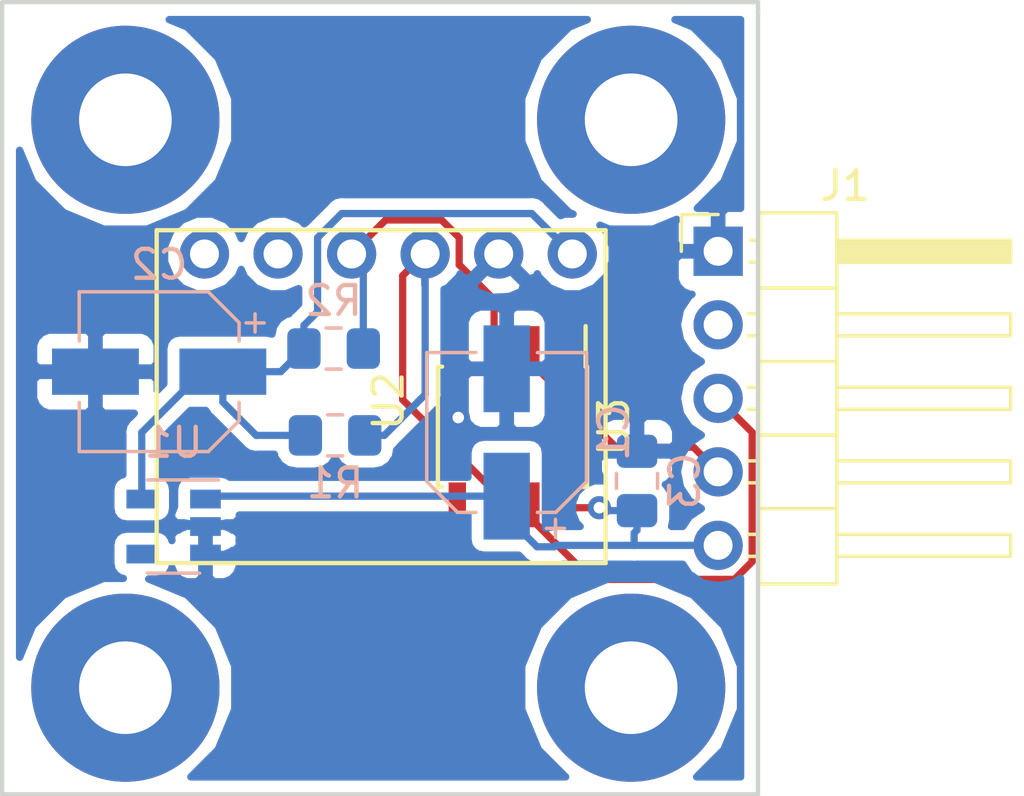
<source format=kicad_pcb>
(kicad_pcb (version 20171130) (host pcbnew 5.0.0-fee4fd1~66~ubuntu18.04.1)

  (general
    (thickness 1.6)
    (drawings 5)
    (tracks 62)
    (zones 0)
    (modules 13)
    (nets 14)
  )

  (page A4)
  (layers
    (0 F.Cu signal)
    (31 B.Cu signal)
    (32 B.Adhes user)
    (33 F.Adhes user)
    (34 B.Paste user)
    (35 F.Paste user)
    (36 B.SilkS user)
    (37 F.SilkS user)
    (38 B.Mask user)
    (39 F.Mask user)
    (40 Dwgs.User user)
    (41 Cmts.User user)
    (42 Eco1.User user)
    (43 Eco2.User user)
    (44 Edge.Cuts user)
    (45 Margin user)
    (46 B.CrtYd user)
    (47 F.CrtYd user)
    (48 B.Fab user)
    (49 F.Fab user)
  )

  (setup
    (last_trace_width 0.25)
    (trace_clearance 0.2)
    (zone_clearance 0.4)
    (zone_45_only no)
    (trace_min 0.2)
    (segment_width 0.2)
    (edge_width 0.15)
    (via_size 0.8)
    (via_drill 0.4)
    (via_min_size 0.4)
    (via_min_drill 0.3)
    (uvia_size 0.3)
    (uvia_drill 0.1)
    (uvias_allowed no)
    (uvia_min_size 0.2)
    (uvia_min_drill 0.1)
    (pcb_text_width 0.3)
    (pcb_text_size 1.5 1.5)
    (mod_edge_width 0.15)
    (mod_text_size 1 1)
    (mod_text_width 0.15)
    (pad_size 1.524 1.524)
    (pad_drill 0.762)
    (pad_to_mask_clearance 0.2)
    (aux_axis_origin 0 0)
    (visible_elements FFFFFF7F)
    (pcbplotparams
      (layerselection 0x010fc_ffffffff)
      (usegerberextensions false)
      (usegerberattributes false)
      (usegerberadvancedattributes false)
      (creategerberjobfile false)
      (excludeedgelayer true)
      (linewidth 0.100000)
      (plotframeref false)
      (viasonmask false)
      (mode 1)
      (useauxorigin false)
      (hpglpennumber 1)
      (hpglpenspeed 20)
      (hpglpendiameter 15.000000)
      (psnegative false)
      (psa4output false)
      (plotreference true)
      (plotvalue true)
      (plotinvisibletext false)
      (padsonsilk false)
      (subtractmaskfromsilk false)
      (outputformat 1)
      (mirror false)
      (drillshape 1)
      (scaleselection 1)
      (outputdirectory ""))
  )

  (net 0 "")
  (net 1 +5V)
  (net 2 GND)
  (net 3 +3V3)
  (net 4 /SCL)
  (net 5 /SDA)
  (net 6 "Net-(U1-Pad4)")
  (net 7 "Net-(U2-Pad5)")
  (net 8 "Net-(U2-Pad6)")
  (net 9 "Net-(U3-Pad1)")
  (net 10 /SDABUF)
  (net 11 "Net-(U3-Pad5)")
  (net 12 /SCLBUF)
  (net 13 "Net-(J1-Pad2)")

  (net_class Default "This is the default net class."
    (clearance 0.2)
    (trace_width 0.25)
    (via_dia 0.8)
    (via_drill 0.4)
    (uvia_dia 0.3)
    (uvia_drill 0.1)
    (add_net +3V3)
    (add_net +5V)
    (add_net /SCL)
    (add_net /SCLBUF)
    (add_net /SDA)
    (add_net /SDABUF)
    (add_net GND)
    (add_net "Net-(J1-Pad2)")
    (add_net "Net-(U1-Pad4)")
    (add_net "Net-(U2-Pad5)")
    (add_net "Net-(U2-Pad6)")
    (add_net "Net-(U3-Pad1)")
    (add_net "Net-(U3-Pad5)")
  )

  (module new-joy:z_MountPTH_3mm (layer F.Cu) (tedit 56B1F1EF) (tstamp 5BAE4CDC)
    (at 98.2345 59.1185)
    (fp_text reference REF** (at 0 0.125) (layer F.Fab)
      (effects (font (size 0.1 0.1) (thickness 0.01)))
    )
    (fp_text value VAL** (at 0 -0.125) (layer F.Fab)
      (effects (font (size 0.1 0.1) (thickness 0.01)))
    )
    (fp_line (start -3.1 0) (end 3.1 0) (layer Cmts.User) (width 0.05))
    (fp_line (start 0 -3.1) (end 0 3.1) (layer Cmts.User) (width 0.05))
    (fp_circle (center 0 0) (end 3.5 0) (layer F.CrtYd) (width 0.05))
    (fp_text user %R (at 0 0 180) (layer Eco1.User)
      (effects (font (size 0.3 0.3) (thickness 0.03)))
    )
    (pad 1 thru_hole circle (at 0 0) (size 6.5 6.5) (drill 3.2) (layers *.Cu *.Mask))
  )

  (module new-joy:z_MountPTH_3mm (layer F.Cu) (tedit 56B1F1EF) (tstamp 5BAE4CBA)
    (at 115.697 59.1185)
    (fp_text reference REF** (at 0 0.125) (layer F.Fab)
      (effects (font (size 0.1 0.1) (thickness 0.01)))
    )
    (fp_text value VAL** (at 0 -0.125) (layer F.Fab)
      (effects (font (size 0.1 0.1) (thickness 0.01)))
    )
    (fp_text user %R (at 0 0 180) (layer Eco1.User)
      (effects (font (size 0.3 0.3) (thickness 0.03)))
    )
    (fp_circle (center 0 0) (end 3.5 0) (layer F.CrtYd) (width 0.05))
    (fp_line (start 0 -3.1) (end 0 3.1) (layer Cmts.User) (width 0.05))
    (fp_line (start -3.1 0) (end 3.1 0) (layer Cmts.User) (width 0.05))
    (pad 1 thru_hole circle (at 0 0) (size 6.5 6.5) (drill 3.2) (layers *.Cu *.Mask))
  )

  (module new-joy:z_MountPTH_3mm (layer F.Cu) (tedit 56B1F1EF) (tstamp 5BAE4CAA)
    (at 115.697 39.497)
    (fp_text reference REF** (at 0 0.125) (layer F.Fab)
      (effects (font (size 0.1 0.1) (thickness 0.01)))
    )
    (fp_text value VAL** (at 0 -0.125) (layer F.Fab)
      (effects (font (size 0.1 0.1) (thickness 0.01)))
    )
    (fp_line (start -3.1 0) (end 3.1 0) (layer Cmts.User) (width 0.05))
    (fp_line (start 0 -3.1) (end 0 3.1) (layer Cmts.User) (width 0.05))
    (fp_circle (center 0 0) (end 3.5 0) (layer F.CrtYd) (width 0.05))
    (fp_text user %R (at 0 0 180) (layer Eco1.User)
      (effects (font (size 0.3 0.3) (thickness 0.03)))
    )
    (pad 1 thru_hole circle (at 0 0) (size 6.5 6.5) (drill 3.2) (layers *.Cu *.Mask))
  )

  (module Capacitor_SMD:CP_Elec_5x5.8 (layer B.Cu) (tedit 5B3026A2) (tstamp 5BB9FD10)
    (at 111.4 50.3 90)
    (descr "SMT capacitor, aluminium electrolytic, 5x5.8, Panasonic ")
    (tags "Capacitor Electrolytic")
    (path /5BAE35F9)
    (attr smd)
    (fp_text reference C1 (at 0 3.7 90) (layer B.SilkS)
      (effects (font (size 1 1) (thickness 0.15)) (justify mirror))
    )
    (fp_text value 47uF (at 0 -3.7 90) (layer B.Fab)
      (effects (font (size 1 1) (thickness 0.15)) (justify mirror))
    )
    (fp_circle (center 0 0) (end 2.5 0) (layer B.Fab) (width 0.1))
    (fp_line (start 2.65 2.65) (end 2.65 -2.65) (layer B.Fab) (width 0.1))
    (fp_line (start -1.65 2.65) (end 2.65 2.65) (layer B.Fab) (width 0.1))
    (fp_line (start -1.65 -2.65) (end 2.65 -2.65) (layer B.Fab) (width 0.1))
    (fp_line (start -2.65 1.65) (end -2.65 -1.65) (layer B.Fab) (width 0.1))
    (fp_line (start -2.65 1.65) (end -1.65 2.65) (layer B.Fab) (width 0.1))
    (fp_line (start -2.65 -1.65) (end -1.65 -2.65) (layer B.Fab) (width 0.1))
    (fp_line (start -2.033956 1.2) (end -1.533956 1.2) (layer B.Fab) (width 0.1))
    (fp_line (start -1.783956 1.45) (end -1.783956 0.95) (layer B.Fab) (width 0.1))
    (fp_line (start 2.76 -2.76) (end 2.76 -1.06) (layer B.SilkS) (width 0.12))
    (fp_line (start 2.76 2.76) (end 2.76 1.06) (layer B.SilkS) (width 0.12))
    (fp_line (start -1.695563 2.76) (end 2.76 2.76) (layer B.SilkS) (width 0.12))
    (fp_line (start -1.695563 -2.76) (end 2.76 -2.76) (layer B.SilkS) (width 0.12))
    (fp_line (start -2.76 -1.695563) (end -2.76 -1.06) (layer B.SilkS) (width 0.12))
    (fp_line (start -2.76 1.695563) (end -2.76 1.06) (layer B.SilkS) (width 0.12))
    (fp_line (start -2.76 1.695563) (end -1.695563 2.76) (layer B.SilkS) (width 0.12))
    (fp_line (start -2.76 -1.695563) (end -1.695563 -2.76) (layer B.SilkS) (width 0.12))
    (fp_line (start -3.625 1.685) (end -3 1.685) (layer B.SilkS) (width 0.12))
    (fp_line (start -3.3125 1.9975) (end -3.3125 1.3725) (layer B.SilkS) (width 0.12))
    (fp_line (start 2.9 2.9) (end 2.9 1.05) (layer B.CrtYd) (width 0.05))
    (fp_line (start 2.9 1.05) (end 3.95 1.05) (layer B.CrtYd) (width 0.05))
    (fp_line (start 3.95 1.05) (end 3.95 -1.05) (layer B.CrtYd) (width 0.05))
    (fp_line (start 3.95 -1.05) (end 2.9 -1.05) (layer B.CrtYd) (width 0.05))
    (fp_line (start 2.9 -1.05) (end 2.9 -2.9) (layer B.CrtYd) (width 0.05))
    (fp_line (start -1.75 -2.9) (end 2.9 -2.9) (layer B.CrtYd) (width 0.05))
    (fp_line (start -1.75 2.9) (end 2.9 2.9) (layer B.CrtYd) (width 0.05))
    (fp_line (start -2.9 -1.75) (end -1.75 -2.9) (layer B.CrtYd) (width 0.05))
    (fp_line (start -2.9 1.75) (end -1.75 2.9) (layer B.CrtYd) (width 0.05))
    (fp_line (start -2.9 1.75) (end -2.9 1.05) (layer B.CrtYd) (width 0.05))
    (fp_line (start -2.9 -1.05) (end -2.9 -1.75) (layer B.CrtYd) (width 0.05))
    (fp_line (start -2.9 1.05) (end -3.95 1.05) (layer B.CrtYd) (width 0.05))
    (fp_line (start -3.95 1.05) (end -3.95 -1.05) (layer B.CrtYd) (width 0.05))
    (fp_line (start -3.95 -1.05) (end -2.9 -1.05) (layer B.CrtYd) (width 0.05))
    (fp_text user %R (at 0 0 90) (layer B.Fab)
      (effects (font (size 1 1) (thickness 0.15)) (justify mirror))
    )
    (pad 1 smd rect (at -2.2 0 90) (size 3 1.6) (layers B.Cu B.Paste B.Mask)
      (net 1 +5V))
    (pad 2 smd rect (at 2.2 0 90) (size 3 1.6) (layers B.Cu B.Paste B.Mask)
      (net 2 GND))
    (model ${KISYS3DMOD}/Capacitor_SMD.3dshapes/CP_Elec_5x5.8.wrl
      (at (xyz 0 0 0))
      (scale (xyz 1 1 1))
      (rotate (xyz 0 0 0))
    )
  )

  (module Capacitor_SMD:CP_Elec_5x5.8 (layer B.Cu) (tedit 5B3026A2) (tstamp 5BB9FD38)
    (at 99.4 48.2 180)
    (descr "SMT capacitor, aluminium electrolytic, 5x5.8, Panasonic ")
    (tags "Capacitor Electrolytic")
    (path /5BAE3738)
    (attr smd)
    (fp_text reference C2 (at 0 3.7 180) (layer B.SilkS)
      (effects (font (size 1 1) (thickness 0.15)) (justify mirror))
    )
    (fp_text value 47uF (at 0 -3.7 180) (layer B.Fab)
      (effects (font (size 1 1) (thickness 0.15)) (justify mirror))
    )
    (fp_circle (center 0 0) (end 2.5 0) (layer B.Fab) (width 0.1))
    (fp_line (start 2.65 2.65) (end 2.65 -2.65) (layer B.Fab) (width 0.1))
    (fp_line (start -1.65 2.65) (end 2.65 2.65) (layer B.Fab) (width 0.1))
    (fp_line (start -1.65 -2.65) (end 2.65 -2.65) (layer B.Fab) (width 0.1))
    (fp_line (start -2.65 1.65) (end -2.65 -1.65) (layer B.Fab) (width 0.1))
    (fp_line (start -2.65 1.65) (end -1.65 2.65) (layer B.Fab) (width 0.1))
    (fp_line (start -2.65 -1.65) (end -1.65 -2.65) (layer B.Fab) (width 0.1))
    (fp_line (start -2.033956 1.2) (end -1.533956 1.2) (layer B.Fab) (width 0.1))
    (fp_line (start -1.783956 1.45) (end -1.783956 0.95) (layer B.Fab) (width 0.1))
    (fp_line (start 2.76 -2.76) (end 2.76 -1.06) (layer B.SilkS) (width 0.12))
    (fp_line (start 2.76 2.76) (end 2.76 1.06) (layer B.SilkS) (width 0.12))
    (fp_line (start -1.695563 2.76) (end 2.76 2.76) (layer B.SilkS) (width 0.12))
    (fp_line (start -1.695563 -2.76) (end 2.76 -2.76) (layer B.SilkS) (width 0.12))
    (fp_line (start -2.76 -1.695563) (end -2.76 -1.06) (layer B.SilkS) (width 0.12))
    (fp_line (start -2.76 1.695563) (end -2.76 1.06) (layer B.SilkS) (width 0.12))
    (fp_line (start -2.76 1.695563) (end -1.695563 2.76) (layer B.SilkS) (width 0.12))
    (fp_line (start -2.76 -1.695563) (end -1.695563 -2.76) (layer B.SilkS) (width 0.12))
    (fp_line (start -3.625 1.685) (end -3 1.685) (layer B.SilkS) (width 0.12))
    (fp_line (start -3.3125 1.9975) (end -3.3125 1.3725) (layer B.SilkS) (width 0.12))
    (fp_line (start 2.9 2.9) (end 2.9 1.05) (layer B.CrtYd) (width 0.05))
    (fp_line (start 2.9 1.05) (end 3.95 1.05) (layer B.CrtYd) (width 0.05))
    (fp_line (start 3.95 1.05) (end 3.95 -1.05) (layer B.CrtYd) (width 0.05))
    (fp_line (start 3.95 -1.05) (end 2.9 -1.05) (layer B.CrtYd) (width 0.05))
    (fp_line (start 2.9 -1.05) (end 2.9 -2.9) (layer B.CrtYd) (width 0.05))
    (fp_line (start -1.75 -2.9) (end 2.9 -2.9) (layer B.CrtYd) (width 0.05))
    (fp_line (start -1.75 2.9) (end 2.9 2.9) (layer B.CrtYd) (width 0.05))
    (fp_line (start -2.9 -1.75) (end -1.75 -2.9) (layer B.CrtYd) (width 0.05))
    (fp_line (start -2.9 1.75) (end -1.75 2.9) (layer B.CrtYd) (width 0.05))
    (fp_line (start -2.9 1.75) (end -2.9 1.05) (layer B.CrtYd) (width 0.05))
    (fp_line (start -2.9 -1.05) (end -2.9 -1.75) (layer B.CrtYd) (width 0.05))
    (fp_line (start -2.9 1.05) (end -3.95 1.05) (layer B.CrtYd) (width 0.05))
    (fp_line (start -3.95 1.05) (end -3.95 -1.05) (layer B.CrtYd) (width 0.05))
    (fp_line (start -3.95 -1.05) (end -2.9 -1.05) (layer B.CrtYd) (width 0.05))
    (fp_text user %R (at 0 0 180) (layer B.Fab)
      (effects (font (size 1 1) (thickness 0.15)) (justify mirror))
    )
    (pad 1 smd rect (at -2.2 0 180) (size 3 1.6) (layers B.Cu B.Paste B.Mask)
      (net 3 +3V3))
    (pad 2 smd rect (at 2.2 0 180) (size 3 1.6) (layers B.Cu B.Paste B.Mask)
      (net 2 GND))
    (model ${KISYS3DMOD}/Capacitor_SMD.3dshapes/CP_Elec_5x5.8.wrl
      (at (xyz 0 0 0))
      (scale (xyz 1 1 1))
      (rotate (xyz 0 0 0))
    )
  )

  (module Resistor_SMD:R_0805_2012Metric_Pad1.15x1.40mm_HandSolder (layer B.Cu) (tedit 5B36C52B) (tstamp 5BB9FD5E)
    (at 105.475 50.4)
    (descr "Resistor SMD 0805 (2012 Metric), square (rectangular) end terminal, IPC_7351 nominal with elongated pad for handsoldering. (Body size source: https://docs.google.com/spreadsheets/d/1BsfQQcO9C6DZCsRaXUlFlo91Tg2WpOkGARC1WS5S8t0/edit?usp=sharing), generated with kicad-footprint-generator")
    (tags "resistor handsolder")
    (path /5BAEADBD)
    (attr smd)
    (fp_text reference R1 (at 0 1.65) (layer B.SilkS)
      (effects (font (size 1 1) (thickness 0.15)) (justify mirror))
    )
    (fp_text value 2K2 (at 0 -1.65) (layer B.Fab)
      (effects (font (size 1 1) (thickness 0.15)) (justify mirror))
    )
    (fp_line (start -1 -0.6) (end -1 0.6) (layer B.Fab) (width 0.1))
    (fp_line (start -1 0.6) (end 1 0.6) (layer B.Fab) (width 0.1))
    (fp_line (start 1 0.6) (end 1 -0.6) (layer B.Fab) (width 0.1))
    (fp_line (start 1 -0.6) (end -1 -0.6) (layer B.Fab) (width 0.1))
    (fp_line (start -0.261252 0.71) (end 0.261252 0.71) (layer B.SilkS) (width 0.12))
    (fp_line (start -0.261252 -0.71) (end 0.261252 -0.71) (layer B.SilkS) (width 0.12))
    (fp_line (start -1.85 -0.95) (end -1.85 0.95) (layer B.CrtYd) (width 0.05))
    (fp_line (start -1.85 0.95) (end 1.85 0.95) (layer B.CrtYd) (width 0.05))
    (fp_line (start 1.85 0.95) (end 1.85 -0.95) (layer B.CrtYd) (width 0.05))
    (fp_line (start 1.85 -0.95) (end -1.85 -0.95) (layer B.CrtYd) (width 0.05))
    (fp_text user %R (at 0 0) (layer B.Fab)
      (effects (font (size 0.5 0.5) (thickness 0.08)) (justify mirror))
    )
    (pad 1 smd roundrect (at -1.025 0) (size 1.15 1.4) (layers B.Cu B.Paste B.Mask) (roundrect_rratio 0.217391)
      (net 3 +3V3))
    (pad 2 smd roundrect (at 1.025 0) (size 1.15 1.4) (layers B.Cu B.Paste B.Mask) (roundrect_rratio 0.217391)
      (net 4 /SCL))
    (model ${KISYS3DMOD}/Resistor_SMD.3dshapes/R_0805_2012Metric.wrl
      (at (xyz 0 0 0))
      (scale (xyz 1 1 1))
      (rotate (xyz 0 0 0))
    )
  )

  (module Resistor_SMD:R_0805_2012Metric_Pad1.15x1.40mm_HandSolder (layer B.Cu) (tedit 5B36C52B) (tstamp 5BB9FD6F)
    (at 105.425 47.4 180)
    (descr "Resistor SMD 0805 (2012 Metric), square (rectangular) end terminal, IPC_7351 nominal with elongated pad for handsoldering. (Body size source: https://docs.google.com/spreadsheets/d/1BsfQQcO9C6DZCsRaXUlFlo91Tg2WpOkGARC1WS5S8t0/edit?usp=sharing), generated with kicad-footprint-generator")
    (tags "resistor handsolder")
    (path /5BAEAE2E)
    (attr smd)
    (fp_text reference R2 (at 0 1.65 180) (layer B.SilkS)
      (effects (font (size 1 1) (thickness 0.15)) (justify mirror))
    )
    (fp_text value 2K2 (at 0 -1.65 180) (layer B.Fab)
      (effects (font (size 1 1) (thickness 0.15)) (justify mirror))
    )
    (fp_text user %R (at 0 0 180) (layer B.Fab)
      (effects (font (size 0.5 0.5) (thickness 0.08)) (justify mirror))
    )
    (fp_line (start 1.85 -0.95) (end -1.85 -0.95) (layer B.CrtYd) (width 0.05))
    (fp_line (start 1.85 0.95) (end 1.85 -0.95) (layer B.CrtYd) (width 0.05))
    (fp_line (start -1.85 0.95) (end 1.85 0.95) (layer B.CrtYd) (width 0.05))
    (fp_line (start -1.85 -0.95) (end -1.85 0.95) (layer B.CrtYd) (width 0.05))
    (fp_line (start -0.261252 -0.71) (end 0.261252 -0.71) (layer B.SilkS) (width 0.12))
    (fp_line (start -0.261252 0.71) (end 0.261252 0.71) (layer B.SilkS) (width 0.12))
    (fp_line (start 1 -0.6) (end -1 -0.6) (layer B.Fab) (width 0.1))
    (fp_line (start 1 0.6) (end 1 -0.6) (layer B.Fab) (width 0.1))
    (fp_line (start -1 0.6) (end 1 0.6) (layer B.Fab) (width 0.1))
    (fp_line (start -1 -0.6) (end -1 0.6) (layer B.Fab) (width 0.1))
    (pad 2 smd roundrect (at 1.025 0 180) (size 1.15 1.4) (layers B.Cu B.Paste B.Mask) (roundrect_rratio 0.217391)
      (net 3 +3V3))
    (pad 1 smd roundrect (at -1.025 0 180) (size 1.15 1.4) (layers B.Cu B.Paste B.Mask) (roundrect_rratio 0.217391)
      (net 5 /SDA))
    (model ${KISYS3DMOD}/Resistor_SMD.3dshapes/R_0805_2012Metric.wrl
      (at (xyz 0 0 0))
      (scale (xyz 1 1 1))
      (rotate (xyz 0 0 0))
    )
  )

  (module Package_TO_SOT_SMD:SOT-23-5 (layer B.Cu) (tedit 5A02FF57) (tstamp 5BB9FD84)
    (at 99.9 53.55 180)
    (descr "5-pin SOT23 package")
    (tags SOT-23-5)
    (path /5BAE33C5)
    (attr smd)
    (fp_text reference U1 (at 0 2.9 180) (layer B.SilkS)
      (effects (font (size 1 1) (thickness 0.15)) (justify mirror))
    )
    (fp_text value TPS76933 (at 0 -2.9 180) (layer B.Fab)
      (effects (font (size 1 1) (thickness 0.15)) (justify mirror))
    )
    (fp_text user %R (at 0 0 90) (layer B.Fab)
      (effects (font (size 0.5 0.5) (thickness 0.075)) (justify mirror))
    )
    (fp_line (start -0.9 -1.61) (end 0.9 -1.61) (layer B.SilkS) (width 0.12))
    (fp_line (start 0.9 1.61) (end -1.55 1.61) (layer B.SilkS) (width 0.12))
    (fp_line (start -1.9 1.8) (end 1.9 1.8) (layer B.CrtYd) (width 0.05))
    (fp_line (start 1.9 1.8) (end 1.9 -1.8) (layer B.CrtYd) (width 0.05))
    (fp_line (start 1.9 -1.8) (end -1.9 -1.8) (layer B.CrtYd) (width 0.05))
    (fp_line (start -1.9 -1.8) (end -1.9 1.8) (layer B.CrtYd) (width 0.05))
    (fp_line (start -0.9 0.9) (end -0.25 1.55) (layer B.Fab) (width 0.1))
    (fp_line (start 0.9 1.55) (end -0.25 1.55) (layer B.Fab) (width 0.1))
    (fp_line (start -0.9 0.9) (end -0.9 -1.55) (layer B.Fab) (width 0.1))
    (fp_line (start 0.9 -1.55) (end -0.9 -1.55) (layer B.Fab) (width 0.1))
    (fp_line (start 0.9 1.55) (end 0.9 -1.55) (layer B.Fab) (width 0.1))
    (pad 1 smd rect (at -1.1 0.95 180) (size 1.06 0.65) (layers B.Cu B.Paste B.Mask)
      (net 1 +5V))
    (pad 2 smd rect (at -1.1 0 180) (size 1.06 0.65) (layers B.Cu B.Paste B.Mask)
      (net 2 GND))
    (pad 3 smd rect (at -1.1 -0.95 180) (size 1.06 0.65) (layers B.Cu B.Paste B.Mask)
      (net 2 GND))
    (pad 4 smd rect (at 1.1 -0.95 180) (size 1.06 0.65) (layers B.Cu B.Paste B.Mask)
      (net 6 "Net-(U1-Pad4)"))
    (pad 5 smd rect (at 1.1 0.95 180) (size 1.06 0.65) (layers B.Cu B.Paste B.Mask)
      (net 3 +3V3))
    (model ${KISYS3DMOD}/Package_TO_SOT_SMD.3dshapes/SOT-23-5.wrl
      (at (xyz 0 0 0))
      (scale (xyz 1 1 1))
      (rotate (xyz 0 0 0))
    )
  )

  (module new-joy:P82B715D (layer F.Cu) (tedit 5B81B11B) (tstamp 5BB9FDAF)
    (at 111.6 50.1 270)
    (descr "8-Lead Plastic Small Outline (SN) - Narrow, 3.90 mm Body [SOIC] (see Microchip Packaging Specification 00000049BS.pdf)")
    (tags "SOIC 1.27")
    (path /5BAE3CDD)
    (attr smd)
    (fp_text reference U3 (at 0 -3.5 270) (layer F.SilkS)
      (effects (font (size 1 1) (thickness 0.15)))
    )
    (fp_text value P82B715 (at 0 3.5 270) (layer F.Fab)
      (effects (font (size 1 1) (thickness 0.15)))
    )
    (fp_text user %R (at 0 0 270) (layer F.Fab)
      (effects (font (size 1 1) (thickness 0.15)))
    )
    (fp_line (start -0.95 -2.45) (end 1.95 -2.45) (layer F.Fab) (width 0.1))
    (fp_line (start 1.95 -2.45) (end 1.95 2.45) (layer F.Fab) (width 0.1))
    (fp_line (start 1.95 2.45) (end -1.95 2.45) (layer F.Fab) (width 0.1))
    (fp_line (start -1.95 2.45) (end -1.95 -1.45) (layer F.Fab) (width 0.1))
    (fp_line (start -1.95 -1.45) (end -0.95 -2.45) (layer F.Fab) (width 0.1))
    (fp_line (start -3.73 -2.7) (end -3.73 2.7) (layer F.CrtYd) (width 0.05))
    (fp_line (start 3.73 -2.7) (end 3.73 2.7) (layer F.CrtYd) (width 0.05))
    (fp_line (start -3.73 -2.7) (end 3.73 -2.7) (layer F.CrtYd) (width 0.05))
    (fp_line (start -3.73 2.7) (end 3.73 2.7) (layer F.CrtYd) (width 0.05))
    (fp_line (start -2.075 -2.575) (end -2.075 -2.525) (layer F.SilkS) (width 0.15))
    (fp_line (start 2.075 -2.575) (end 2.075 -2.43) (layer F.SilkS) (width 0.15))
    (fp_line (start 2.075 2.575) (end 2.075 2.43) (layer F.SilkS) (width 0.15))
    (fp_line (start -2.075 2.575) (end -2.075 2.43) (layer F.SilkS) (width 0.15))
    (fp_line (start -2.075 -2.575) (end 2.075 -2.575) (layer F.SilkS) (width 0.15))
    (fp_line (start -2.075 2.575) (end 2.075 2.575) (layer F.SilkS) (width 0.15))
    (fp_line (start -2.075 -2.525) (end -3.475 -2.525) (layer F.SilkS) (width 0.15))
    (pad 1 smd rect (at -2.7 -1.905 270) (size 1.55 0.6) (layers F.Cu F.Paste F.Mask)
      (net 9 "Net-(U3-Pad1)"))
    (pad 2 smd rect (at -2.7 -0.635 270) (size 1.55 0.6) (layers F.Cu F.Paste F.Mask)
      (net 10 /SDABUF))
    (pad 3 smd rect (at -2.7 0.635 270) (size 1.55 0.6) (layers F.Cu F.Paste F.Mask)
      (net 5 /SDA))
    (pad 4 smd rect (at -2.7 1.905 270) (size 1.55 0.6) (layers F.Cu F.Paste F.Mask)
      (net 2 GND))
    (pad 5 smd rect (at 2.7 1.905 270) (size 1.55 0.6) (layers F.Cu F.Paste F.Mask)
      (net 11 "Net-(U3-Pad5)"))
    (pad 6 smd rect (at 2.7 0.635 270) (size 1.55 0.6) (layers F.Cu F.Paste F.Mask)
      (net 4 /SCL))
    (pad 7 smd rect (at 2.7 -0.635 270) (size 1.55 0.6) (layers F.Cu F.Paste F.Mask)
      (net 12 /SCLBUF))
    (pad 8 smd rect (at 2.7 -1.905 270) (size 1.55 0.6) (layers F.Cu F.Paste F.Mask)
      (net 1 +5V))
    (model "${KISYS3DMOD}/Package_SO.3dshapes/SOIC-8_3.9x4.9mm_P1.27mm.wrl\n"
      (at (xyz 0 0 0))
      (scale (xyz 1 1 1))
      (rotate (xyz 0 0 0))
    )
    (model ${KISYS3DMOD}/Package_SO.3dshapes/SOIC-8_3.9x4.9mm_P1.27mm.step
      (at (xyz 0 0 0))
      (scale (xyz 1 1 1))
      (rotate (xyz 0 0 0))
    )
  )

  (module Capacitor_SMD:C_0805_2012Metric_Pad1.15x1.40mm_HandSolder (layer B.Cu) (tedit 5B36C52B) (tstamp 5BC0F921)
    (at 115.9 51.975 90)
    (descr "Capacitor SMD 0805 (2012 Metric), square (rectangular) end terminal, IPC_7351 nominal with elongated pad for handsoldering. (Body size source: https://docs.google.com/spreadsheets/d/1BsfQQcO9C6DZCsRaXUlFlo91Tg2WpOkGARC1WS5S8t0/edit?usp=sharing), generated with kicad-footprint-generator")
    (tags "capacitor handsolder")
    (path /5BAEE60B)
    (attr smd)
    (fp_text reference C3 (at 0 1.65 90) (layer B.SilkS)
      (effects (font (size 1 1) (thickness 0.15)) (justify mirror))
    )
    (fp_text value 0.1uF (at 0 -1.65 90) (layer B.Fab)
      (effects (font (size 1 1) (thickness 0.15)) (justify mirror))
    )
    (fp_line (start -1 -0.6) (end -1 0.6) (layer B.Fab) (width 0.1))
    (fp_line (start -1 0.6) (end 1 0.6) (layer B.Fab) (width 0.1))
    (fp_line (start 1 0.6) (end 1 -0.6) (layer B.Fab) (width 0.1))
    (fp_line (start 1 -0.6) (end -1 -0.6) (layer B.Fab) (width 0.1))
    (fp_line (start -0.261252 0.71) (end 0.261252 0.71) (layer B.SilkS) (width 0.12))
    (fp_line (start -0.261252 -0.71) (end 0.261252 -0.71) (layer B.SilkS) (width 0.12))
    (fp_line (start -1.85 -0.95) (end -1.85 0.95) (layer B.CrtYd) (width 0.05))
    (fp_line (start -1.85 0.95) (end 1.85 0.95) (layer B.CrtYd) (width 0.05))
    (fp_line (start 1.85 0.95) (end 1.85 -0.95) (layer B.CrtYd) (width 0.05))
    (fp_line (start 1.85 -0.95) (end -1.85 -0.95) (layer B.CrtYd) (width 0.05))
    (fp_text user %R (at 0 0 90) (layer B.Fab)
      (effects (font (size 0.5 0.5) (thickness 0.08)) (justify mirror))
    )
    (pad 1 smd roundrect (at -1.025 0 90) (size 1.15 1.4) (layers B.Cu B.Paste B.Mask) (roundrect_rratio 0.217391)
      (net 1 +5V))
    (pad 2 smd roundrect (at 1.025 0 90) (size 1.15 1.4) (layers B.Cu B.Paste B.Mask) (roundrect_rratio 0.217391)
      (net 2 GND))
    (model ${KISYS3DMOD}/Capacitor_SMD.3dshapes/C_0805_2012Metric.wrl
      (at (xyz 0 0 0))
      (scale (xyz 1 1 1))
      (rotate (xyz 0 0 0))
    )
  )

  (module Connector_PinHeader_2.54mm:PinHeader_1x05_P2.54mm_Horizontal (layer F.Cu) (tedit 59FED5CB) (tstamp 5BC0ED27)
    (at 118.7 44.04)
    (descr "Through hole angled pin header, 1x05, 2.54mm pitch, 6mm pin length, single row")
    (tags "Through hole angled pin header THT 1x05 2.54mm single row")
    (path /5BAE71A4)
    (fp_text reference J1 (at 4.385 -2.27) (layer F.SilkS)
      (effects (font (size 1 1) (thickness 0.15)))
    )
    (fp_text value Conn_01x05 (at 4.385 12.43) (layer F.Fab)
      (effects (font (size 1 1) (thickness 0.15)))
    )
    (fp_line (start 2.135 -1.27) (end 4.04 -1.27) (layer F.Fab) (width 0.1))
    (fp_line (start 4.04 -1.27) (end 4.04 11.43) (layer F.Fab) (width 0.1))
    (fp_line (start 4.04 11.43) (end 1.5 11.43) (layer F.Fab) (width 0.1))
    (fp_line (start 1.5 11.43) (end 1.5 -0.635) (layer F.Fab) (width 0.1))
    (fp_line (start 1.5 -0.635) (end 2.135 -1.27) (layer F.Fab) (width 0.1))
    (fp_line (start -0.32 -0.32) (end 1.5 -0.32) (layer F.Fab) (width 0.1))
    (fp_line (start -0.32 -0.32) (end -0.32 0.32) (layer F.Fab) (width 0.1))
    (fp_line (start -0.32 0.32) (end 1.5 0.32) (layer F.Fab) (width 0.1))
    (fp_line (start 4.04 -0.32) (end 10.04 -0.32) (layer F.Fab) (width 0.1))
    (fp_line (start 10.04 -0.32) (end 10.04 0.32) (layer F.Fab) (width 0.1))
    (fp_line (start 4.04 0.32) (end 10.04 0.32) (layer F.Fab) (width 0.1))
    (fp_line (start -0.32 2.22) (end 1.5 2.22) (layer F.Fab) (width 0.1))
    (fp_line (start -0.32 2.22) (end -0.32 2.86) (layer F.Fab) (width 0.1))
    (fp_line (start -0.32 2.86) (end 1.5 2.86) (layer F.Fab) (width 0.1))
    (fp_line (start 4.04 2.22) (end 10.04 2.22) (layer F.Fab) (width 0.1))
    (fp_line (start 10.04 2.22) (end 10.04 2.86) (layer F.Fab) (width 0.1))
    (fp_line (start 4.04 2.86) (end 10.04 2.86) (layer F.Fab) (width 0.1))
    (fp_line (start -0.32 4.76) (end 1.5 4.76) (layer F.Fab) (width 0.1))
    (fp_line (start -0.32 4.76) (end -0.32 5.4) (layer F.Fab) (width 0.1))
    (fp_line (start -0.32 5.4) (end 1.5 5.4) (layer F.Fab) (width 0.1))
    (fp_line (start 4.04 4.76) (end 10.04 4.76) (layer F.Fab) (width 0.1))
    (fp_line (start 10.04 4.76) (end 10.04 5.4) (layer F.Fab) (width 0.1))
    (fp_line (start 4.04 5.4) (end 10.04 5.4) (layer F.Fab) (width 0.1))
    (fp_line (start -0.32 7.3) (end 1.5 7.3) (layer F.Fab) (width 0.1))
    (fp_line (start -0.32 7.3) (end -0.32 7.94) (layer F.Fab) (width 0.1))
    (fp_line (start -0.32 7.94) (end 1.5 7.94) (layer F.Fab) (width 0.1))
    (fp_line (start 4.04 7.3) (end 10.04 7.3) (layer F.Fab) (width 0.1))
    (fp_line (start 10.04 7.3) (end 10.04 7.94) (layer F.Fab) (width 0.1))
    (fp_line (start 4.04 7.94) (end 10.04 7.94) (layer F.Fab) (width 0.1))
    (fp_line (start -0.32 9.84) (end 1.5 9.84) (layer F.Fab) (width 0.1))
    (fp_line (start -0.32 9.84) (end -0.32 10.48) (layer F.Fab) (width 0.1))
    (fp_line (start -0.32 10.48) (end 1.5 10.48) (layer F.Fab) (width 0.1))
    (fp_line (start 4.04 9.84) (end 10.04 9.84) (layer F.Fab) (width 0.1))
    (fp_line (start 10.04 9.84) (end 10.04 10.48) (layer F.Fab) (width 0.1))
    (fp_line (start 4.04 10.48) (end 10.04 10.48) (layer F.Fab) (width 0.1))
    (fp_line (start 1.44 -1.33) (end 1.44 11.49) (layer F.SilkS) (width 0.12))
    (fp_line (start 1.44 11.49) (end 4.1 11.49) (layer F.SilkS) (width 0.12))
    (fp_line (start 4.1 11.49) (end 4.1 -1.33) (layer F.SilkS) (width 0.12))
    (fp_line (start 4.1 -1.33) (end 1.44 -1.33) (layer F.SilkS) (width 0.12))
    (fp_line (start 4.1 -0.38) (end 10.1 -0.38) (layer F.SilkS) (width 0.12))
    (fp_line (start 10.1 -0.38) (end 10.1 0.38) (layer F.SilkS) (width 0.12))
    (fp_line (start 10.1 0.38) (end 4.1 0.38) (layer F.SilkS) (width 0.12))
    (fp_line (start 4.1 -0.32) (end 10.1 -0.32) (layer F.SilkS) (width 0.12))
    (fp_line (start 4.1 -0.2) (end 10.1 -0.2) (layer F.SilkS) (width 0.12))
    (fp_line (start 4.1 -0.08) (end 10.1 -0.08) (layer F.SilkS) (width 0.12))
    (fp_line (start 4.1 0.04) (end 10.1 0.04) (layer F.SilkS) (width 0.12))
    (fp_line (start 4.1 0.16) (end 10.1 0.16) (layer F.SilkS) (width 0.12))
    (fp_line (start 4.1 0.28) (end 10.1 0.28) (layer F.SilkS) (width 0.12))
    (fp_line (start 1.11 -0.38) (end 1.44 -0.38) (layer F.SilkS) (width 0.12))
    (fp_line (start 1.11 0.38) (end 1.44 0.38) (layer F.SilkS) (width 0.12))
    (fp_line (start 1.44 1.27) (end 4.1 1.27) (layer F.SilkS) (width 0.12))
    (fp_line (start 4.1 2.16) (end 10.1 2.16) (layer F.SilkS) (width 0.12))
    (fp_line (start 10.1 2.16) (end 10.1 2.92) (layer F.SilkS) (width 0.12))
    (fp_line (start 10.1 2.92) (end 4.1 2.92) (layer F.SilkS) (width 0.12))
    (fp_line (start 1.042929 2.16) (end 1.44 2.16) (layer F.SilkS) (width 0.12))
    (fp_line (start 1.042929 2.92) (end 1.44 2.92) (layer F.SilkS) (width 0.12))
    (fp_line (start 1.44 3.81) (end 4.1 3.81) (layer F.SilkS) (width 0.12))
    (fp_line (start 4.1 4.7) (end 10.1 4.7) (layer F.SilkS) (width 0.12))
    (fp_line (start 10.1 4.7) (end 10.1 5.46) (layer F.SilkS) (width 0.12))
    (fp_line (start 10.1 5.46) (end 4.1 5.46) (layer F.SilkS) (width 0.12))
    (fp_line (start 1.042929 4.7) (end 1.44 4.7) (layer F.SilkS) (width 0.12))
    (fp_line (start 1.042929 5.46) (end 1.44 5.46) (layer F.SilkS) (width 0.12))
    (fp_line (start 1.44 6.35) (end 4.1 6.35) (layer F.SilkS) (width 0.12))
    (fp_line (start 4.1 7.24) (end 10.1 7.24) (layer F.SilkS) (width 0.12))
    (fp_line (start 10.1 7.24) (end 10.1 8) (layer F.SilkS) (width 0.12))
    (fp_line (start 10.1 8) (end 4.1 8) (layer F.SilkS) (width 0.12))
    (fp_line (start 1.042929 7.24) (end 1.44 7.24) (layer F.SilkS) (width 0.12))
    (fp_line (start 1.042929 8) (end 1.44 8) (layer F.SilkS) (width 0.12))
    (fp_line (start 1.44 8.89) (end 4.1 8.89) (layer F.SilkS) (width 0.12))
    (fp_line (start 4.1 9.78) (end 10.1 9.78) (layer F.SilkS) (width 0.12))
    (fp_line (start 10.1 9.78) (end 10.1 10.54) (layer F.SilkS) (width 0.12))
    (fp_line (start 10.1 10.54) (end 4.1 10.54) (layer F.SilkS) (width 0.12))
    (fp_line (start 1.042929 9.78) (end 1.44 9.78) (layer F.SilkS) (width 0.12))
    (fp_line (start 1.042929 10.54) (end 1.44 10.54) (layer F.SilkS) (width 0.12))
    (fp_line (start -1.27 0) (end -1.27 -1.27) (layer F.SilkS) (width 0.12))
    (fp_line (start -1.27 -1.27) (end 0 -1.27) (layer F.SilkS) (width 0.12))
    (fp_line (start -1.8 -1.8) (end -1.8 11.95) (layer F.CrtYd) (width 0.05))
    (fp_line (start -1.8 11.95) (end 10.55 11.95) (layer F.CrtYd) (width 0.05))
    (fp_line (start 10.55 11.95) (end 10.55 -1.8) (layer F.CrtYd) (width 0.05))
    (fp_line (start 10.55 -1.8) (end -1.8 -1.8) (layer F.CrtYd) (width 0.05))
    (fp_text user %R (at 2.77 5.08 90) (layer F.Fab)
      (effects (font (size 1 1) (thickness 0.15)))
    )
    (pad 1 thru_hole rect (at 0 0) (size 1.7 1.7) (drill 1) (layers *.Cu *.Mask)
      (net 2 GND))
    (pad 2 thru_hole oval (at 0 2.54) (size 1.7 1.7) (drill 1) (layers *.Cu *.Mask)
      (net 13 "Net-(J1-Pad2)"))
    (pad 3 thru_hole oval (at 0 5.08) (size 1.7 1.7) (drill 1) (layers *.Cu *.Mask)
      (net 12 /SCLBUF))
    (pad 4 thru_hole oval (at 0 7.62) (size 1.7 1.7) (drill 1) (layers *.Cu *.Mask)
      (net 10 /SDABUF))
    (pad 5 thru_hole oval (at 0 10.16) (size 1.7 1.7) (drill 1) (layers *.Cu *.Mask)
      (net 1 +5V))
    (model ${KISYS3DMOD}/Connector_PinHeader_2.54mm.3dshapes/PinHeader_1x05_P2.54mm_Horizontal.wrl
      (at (xyz 0 0 0))
      (scale (xyz 1 1 1))
      (rotate (xyz 0 0 0))
    )
  )

  (module new-joy:bmp280-board-footprint (layer F.Cu) (tedit 5BAE4596) (tstamp 5BC678BF)
    (at 107.315 49.2125 270)
    (path /5BAE3021)
    (fp_text reference U2 (at 0 0 270) (layer F.SilkS)
      (effects (font (size 1 1) (thickness 0.15)))
    )
    (fp_text value bmp280-board (at 0 8.89 270) (layer F.Fab)
      (effects (font (size 1 1) (thickness 0.15)))
    )
    (fp_line (start -5.9 -7.5) (end 5.6 -7.5) (layer F.SilkS) (width 0.15))
    (fp_line (start 5.6 -7.5) (end 5.6 8) (layer F.SilkS) (width 0.15))
    (fp_line (start 5.6 8) (end -5.9 8) (layer F.SilkS) (width 0.15))
    (fp_line (start -5.9 8) (end -5.9 -7.5) (layer F.SilkS) (width 0.15))
    (pad 1 thru_hole circle (at -5.08 -6.35 270) (size 1.7 1.7) (drill 1) (layers *.Cu *.Mask)
      (net 3 +3V3))
    (pad 2 thru_hole circle (at -5.08 -3.81 270) (size 1.7 1.7) (drill 1) (layers *.Cu *.Mask)
      (net 2 GND))
    (pad 3 thru_hole circle (at -5.08 -1.27 270) (size 1.7 1.7) (drill 1) (layers *.Cu *.Mask)
      (net 4 /SCL))
    (pad 4 thru_hole circle (at -5.08 1.27 270) (size 1.7 1.7) (drill 1) (layers *.Cu *.Mask)
      (net 5 /SDA))
    (pad 5 thru_hole circle (at -5.08 3.81 270) (size 1.7 1.7) (drill 1) (layers *.Cu *.Mask)
      (net 7 "Net-(U2-Pad5)"))
    (pad 6 thru_hole circle (at -5.08 6.35 270) (size 1.7 1.7) (drill 1) (layers *.Cu *.Mask)
      (net 8 "Net-(U2-Pad6)"))
  )

  (module new-joy:z_MountPTH_3mm (layer F.Cu) (tedit 56B1F1EF) (tstamp 5BAE4CA0)
    (at 98.2345 39.497)
    (fp_text reference REF** (at 0 0.125) (layer F.Fab)
      (effects (font (size 0.1 0.1) (thickness 0.01)))
    )
    (fp_text value VAL** (at 0 -0.125) (layer F.Fab)
      (effects (font (size 0.1 0.1) (thickness 0.01)))
    )
    (fp_text user %R (at 0 0 180) (layer Eco1.User)
      (effects (font (size 0.3 0.3) (thickness 0.03)))
    )
    (fp_circle (center 0 0) (end 3.5 0) (layer F.CrtYd) (width 0.05))
    (fp_line (start 0 -3.1) (end 0 3.1) (layer Cmts.User) (width 0.05))
    (fp_line (start -3.1 0) (end 3.1 0) (layer Cmts.User) (width 0.05))
    (pad 1 thru_hole circle (at 0 0) (size 6.5 6.5) (drill 3.2) (layers *.Cu *.Mask))
  )

  (gr_line (start 120.0785 35.433) (end 120.0785 35.814) (layer Edge.Cuts) (width 0.15))
  (gr_line (start 93.98 35.433) (end 120.0785 35.433) (layer Edge.Cuts) (width 0.15))
  (gr_line (start 93.98 62.8015) (end 93.98 35.433) (layer Edge.Cuts) (width 0.15))
  (gr_line (start 120.0785 62.8015) (end 93.98 62.8015) (layer Edge.Cuts) (width 0.15))
  (gr_line (start 120.0785 35.687) (end 120.0785 62.8015) (layer Edge.Cuts) (width 0.15))

  (segment (start 111.4 53.2) (end 111.4 52.5) (width 0.25) (layer B.Cu) (net 1))
  (segment (start 112.45 54.25) (end 111.4 53.2) (width 0.25) (layer B.Cu) (net 1))
  (segment (start 113.05 54.25) (end 112.45 54.25) (width 0.25) (layer B.Cu) (net 1))
  (segment (start 113.1 54.2) (end 113.05 54.25) (width 0.25) (layer B.Cu) (net 1))
  (segment (start 101.1 52.5) (end 101 52.6) (width 0.25) (layer B.Cu) (net 1))
  (segment (start 111.4 52.5) (end 101.1 52.5) (width 0.25) (layer B.Cu) (net 1))
  (via (at 114.6 52.9) (size 0.8) (drill 0.4) (layers F.Cu B.Cu) (net 1))
  (segment (start 115.9 53) (end 114.7 53) (width 0.25) (layer B.Cu) (net 1))
  (segment (start 114.7 53) (end 114.6 52.9) (width 0.25) (layer B.Cu) (net 1))
  (segment (start 113.605 52.9) (end 113.505 52.8) (width 0.25) (layer F.Cu) (net 1))
  (segment (start 114.6 52.9) (end 113.605 52.9) (width 0.25) (layer F.Cu) (net 1))
  (segment (start 115.9 53.675) (end 115.8 53.775) (width 0.25) (layer B.Cu) (net 1))
  (segment (start 115.9 53) (end 115.9 53.675) (width 0.25) (layer B.Cu) (net 1))
  (segment (start 115.8 53.775) (end 115.8 54.2) (width 0.25) (layer B.Cu) (net 1))
  (segment (start 118.7 54.2) (end 115.8 54.2) (width 0.25) (layer B.Cu) (net 1))
  (segment (start 115.8 54.2) (end 113.1 54.2) (width 0.25) (layer B.Cu) (net 1))
  (via (at 109.728 49.784) (size 0.8) (drill 0.4) (layers F.Cu B.Cu) (net 2))
  (segment (start 109.695 47.4) (end 109.695 49.751) (width 0.25) (layer F.Cu) (net 2))
  (segment (start 109.695 49.751) (end 109.728 49.784) (width 0.25) (layer F.Cu) (net 2))
  (segment (start 100.9 48.2) (end 101.6 48.2) (width 0.25) (layer B.Cu) (net 3))
  (segment (start 98.8 50.3) (end 100.9 48.2) (width 0.25) (layer B.Cu) (net 3))
  (segment (start 98.8 52.6) (end 98.8 50.3) (width 0.25) (layer B.Cu) (net 3))
  (segment (start 103.6 48.2) (end 104.4 47.4) (width 0.25) (layer B.Cu) (net 3))
  (segment (start 101.6 48.2) (end 103.6 48.2) (width 0.25) (layer B.Cu) (net 3))
  (segment (start 102.75 50.4) (end 103.775 50.4) (width 0.25) (layer B.Cu) (net 3))
  (segment (start 103.775 50.4) (end 104.45 50.4) (width 0.25) (layer B.Cu) (net 3))
  (segment (start 101.6 49.25) (end 102.75 50.4) (width 0.25) (layer B.Cu) (net 3))
  (segment (start 101.6 48.2) (end 101.6 49.25) (width 0.25) (layer B.Cu) (net 3))
  (segment (start 104.4 47.4) (end 104.4 46.6) (width 0.25) (layer B.Cu) (net 3))
  (segment (start 104.869999 43.568499) (end 105.702998 42.7355) (width 0.25) (layer B.Cu) (net 3))
  (segment (start 104.4 46.6) (end 104.869999 46.130001) (width 0.25) (layer B.Cu) (net 3))
  (segment (start 104.869999 46.130001) (end 104.869999 43.568499) (width 0.25) (layer B.Cu) (net 3))
  (segment (start 112.268 42.7355) (end 113.665 44.1325) (width 0.25) (layer B.Cu) (net 3))
  (segment (start 105.702998 42.7355) (end 112.268 42.7355) (width 0.25) (layer B.Cu) (net 3))
  (segment (start 110.965 52.325) (end 110.965 52.8) (width 0.25) (layer F.Cu) (net 4))
  (segment (start 107.808001 49.168001) (end 110.965 52.325) (width 0.25) (layer F.Cu) (net 4))
  (segment (start 107.808001 44.881999) (end 107.808001 49.168001) (width 0.25) (layer F.Cu) (net 4))
  (segment (start 108.57 44.12) (end 107.808001 44.881999) (width 0.25) (layer F.Cu) (net 4))
  (segment (start 108.57 45.19763) (end 108.57 44.12) (width 0.25) (layer B.Cu) (net 4))
  (segment (start 106.5 50.4) (end 107.175 50.4) (width 0.25) (layer B.Cu) (net 4))
  (segment (start 108.585 48.99) (end 108.585 44.1325) (width 0.25) (layer B.Cu) (net 4))
  (segment (start 107.175 50.4) (end 108.585 48.99) (width 0.25) (layer B.Cu) (net 4))
  (segment (start 106.45 44.54) (end 106.03 44.12) (width 0.25) (layer B.Cu) (net 5))
  (segment (start 106.45 44.5375) (end 106.045 44.1325) (width 0.25) (layer B.Cu) (net 5))
  (segment (start 106.45 47.4) (end 106.45 44.5375) (width 0.25) (layer B.Cu) (net 5))
  (segment (start 107.220001 42.957499) (end 106.894999 43.282501) (width 0.25) (layer F.Cu) (net 5))
  (segment (start 106.894999 43.282501) (end 106.045 44.1325) (width 0.25) (layer F.Cu) (net 5))
  (segment (start 109.149001 42.957499) (end 107.220001 42.957499) (width 0.25) (layer F.Cu) (net 5))
  (segment (start 109.760001 43.568499) (end 109.149001 42.957499) (width 0.25) (layer F.Cu) (net 5))
  (segment (start 109.760001 44.506503) (end 109.760001 43.568499) (width 0.25) (layer F.Cu) (net 5))
  (segment (start 110.965 45.711502) (end 109.760001 44.506503) (width 0.25) (layer F.Cu) (net 5))
  (segment (start 110.965 47.4) (end 110.965 45.711502) (width 0.25) (layer F.Cu) (net 5))
  (segment (start 115.170001 50.810001) (end 112.235 47.875) (width 0.25) (layer F.Cu) (net 10))
  (segment (start 112.235 47.875) (end 112.235 47.4) (width 0.25) (layer F.Cu) (net 10))
  (segment (start 117.850001 50.810001) (end 115.170001 50.810001) (width 0.25) (layer F.Cu) (net 10))
  (segment (start 118.7 51.66) (end 117.850001 50.810001) (width 0.25) (layer F.Cu) (net 10))
  (segment (start 114.335001 55.375001) (end 112.235 53.275) (width 0.25) (layer F.Cu) (net 12))
  (segment (start 119.264001 55.375001) (end 114.335001 55.375001) (width 0.25) (layer F.Cu) (net 12))
  (segment (start 119.875001 50.295001) (end 119.875001 54.764001) (width 0.25) (layer F.Cu) (net 12))
  (segment (start 112.235 53.275) (end 112.235 52.8) (width 0.25) (layer F.Cu) (net 12))
  (segment (start 119.875001 54.764001) (end 119.264001 55.375001) (width 0.25) (layer F.Cu) (net 12))
  (segment (start 118.7 49.12) (end 119.875001 50.295001) (width 0.25) (layer F.Cu) (net 12))

  (zone (net 2) (net_name GND) (layer B.Cu) (tstamp 5BAE4D05) (hatch edge 0.508)
    (connect_pads (clearance 0.4))
    (min_thickness 0.254)
    (fill yes (arc_segments 16) (thermal_gap 0.508) (thermal_bridge_width 0.508))
    (polygon
      (pts
        (xy 93.98 35.433) (xy 120.0785 35.433) (xy 120.142 62.8015) (xy 93.98 62.8015)
      )
    )
    (filled_polygon
      (pts
        (xy 113.557501 36.295014) (xy 112.495014 37.357501) (xy 111.92 38.745708) (xy 111.92 40.248292) (xy 112.495014 41.636499)
        (xy 113.557501 42.698986) (xy 113.693938 42.7555) (xy 113.391098 42.7555) (xy 113.263089 42.808523) (xy 112.774441 42.319874)
        (xy 112.738065 42.265435) (xy 112.522398 42.12133) (xy 112.332214 42.0835) (xy 112.33221 42.0835) (xy 112.268 42.070728)
        (xy 112.20379 42.0835) (xy 105.767202 42.0835) (xy 105.702997 42.070729) (xy 105.638792 42.0835) (xy 105.638784 42.0835)
        (xy 105.4486 42.12133) (xy 105.232933 42.265435) (xy 105.196559 42.319872) (xy 104.454371 43.062061) (xy 104.410948 43.091076)
        (xy 104.285008 42.965136) (xy 103.778902 42.7555) (xy 103.231098 42.7555) (xy 102.724992 42.965136) (xy 102.337636 43.352492)
        (xy 102.235 43.600277) (xy 102.132364 43.352492) (xy 101.745008 42.965136) (xy 101.238902 42.7555) (xy 100.691098 42.7555)
        (xy 100.184992 42.965136) (xy 99.797636 43.352492) (xy 99.588 43.858598) (xy 99.588 44.406402) (xy 99.797636 44.912508)
        (xy 100.184992 45.299864) (xy 100.691098 45.5095) (xy 101.238902 45.5095) (xy 101.745008 45.299864) (xy 102.132364 44.912508)
        (xy 102.235 44.664723) (xy 102.337636 44.912508) (xy 102.724992 45.299864) (xy 103.231098 45.5095) (xy 103.778902 45.5095)
        (xy 104.217999 45.32762) (xy 104.217999 45.859934) (xy 103.984372 46.093562) (xy 103.929936 46.129935) (xy 103.893562 46.184372)
        (xy 103.893561 46.184373) (xy 103.88247 46.200972) (xy 103.773704 46.222607) (xy 103.518278 46.393278) (xy 103.347607 46.648704)
        (xy 103.297242 46.901909) (xy 103.1 46.862676) (xy 100.1 46.862676) (xy 99.894375 46.903577) (xy 99.720055 47.020055)
        (xy 99.603577 47.194375) (xy 99.562676 47.4) (xy 99.562676 48.615257) (xy 99.335 48.842934) (xy 99.335 48.48575)
        (xy 99.17625 48.327) (xy 97.327 48.327) (xy 97.327 49.47625) (xy 97.48575 49.635) (xy 98.542934 49.635)
        (xy 98.384372 49.793561) (xy 98.329936 49.829935) (xy 98.293562 49.884372) (xy 98.293561 49.884373) (xy 98.18583 50.045603)
        (xy 98.135228 50.3) (xy 98.148001 50.364215) (xy 98.148 51.761943) (xy 98.064375 51.778577) (xy 97.890055 51.895055)
        (xy 97.773577 52.069375) (xy 97.732676 52.275) (xy 97.732676 52.925) (xy 97.773577 53.130625) (xy 97.890055 53.304945)
        (xy 98.064375 53.421423) (xy 98.27 53.462324) (xy 99.33 53.462324) (xy 99.535625 53.421423) (xy 99.709945 53.304945)
        (xy 99.826423 53.130625) (xy 99.867324 52.925) (xy 99.867324 52.275) (xy 99.826423 52.069375) (xy 99.709945 51.895055)
        (xy 99.535625 51.778577) (xy 99.452 51.761943) (xy 99.452 50.570066) (xy 100.484743 49.537324) (xy 101.007831 49.537324)
        (xy 101.082254 49.648704) (xy 101.129936 49.720065) (xy 101.184372 49.756438) (xy 102.243563 50.815631) (xy 102.279935 50.870065)
        (xy 102.334369 50.906437) (xy 102.334372 50.90644) (xy 102.421673 50.964772) (xy 102.495602 51.01417) (xy 102.685786 51.052)
        (xy 102.68579 51.052) (xy 102.75 51.064772) (xy 102.81421 51.052) (xy 103.377856 51.052) (xy 103.397607 51.151296)
        (xy 103.568278 51.406722) (xy 103.823704 51.577393) (xy 104.124999 51.637324) (xy 104.775001 51.637324) (xy 105.076296 51.577393)
        (xy 105.331722 51.406722) (xy 105.475 51.192292) (xy 105.618278 51.406722) (xy 105.873704 51.577393) (xy 106.174999 51.637324)
        (xy 106.825001 51.637324) (xy 107.126296 51.577393) (xy 107.381722 51.406722) (xy 107.552393 51.151296) (xy 107.602703 50.898371)
        (xy 107.645065 50.870065) (xy 107.681441 50.815626) (xy 108.248376 50.248691) (xy 114.565 50.248691) (xy 114.565 50.66425)
        (xy 114.72375 50.823) (xy 115.773 50.823) (xy 115.773 49.89875) (xy 116.027 49.89875) (xy 116.027 50.823)
        (xy 117.07625 50.823) (xy 117.235 50.66425) (xy 117.235 50.248691) (xy 117.138327 50.015302) (xy 116.959699 49.836673)
        (xy 116.72631 49.74) (xy 116.18575 49.74) (xy 116.027 49.89875) (xy 115.773 49.89875) (xy 115.61425 49.74)
        (xy 115.07369 49.74) (xy 114.840301 49.836673) (xy 114.661673 50.015302) (xy 114.565 50.248691) (xy 108.248376 50.248691)
        (xy 109.000629 49.496438) (xy 109.055065 49.460065) (xy 109.19917 49.244398) (xy 109.237 49.054214) (xy 109.237 49.054211)
        (xy 109.249772 48.990001) (xy 109.237 48.925791) (xy 109.237 48.38575) (xy 109.965 48.38575) (xy 109.965 49.726309)
        (xy 110.061673 49.959698) (xy 110.240301 50.138327) (xy 110.47369 50.235) (xy 111.11425 50.235) (xy 111.273 50.07625)
        (xy 111.273 48.227) (xy 111.527 48.227) (xy 111.527 50.07625) (xy 111.68575 50.235) (xy 112.32631 50.235)
        (xy 112.559699 50.138327) (xy 112.738327 49.959698) (xy 112.835 49.726309) (xy 112.835 48.38575) (xy 112.67625 48.227)
        (xy 111.527 48.227) (xy 111.273 48.227) (xy 110.12375 48.227) (xy 109.965 48.38575) (xy 109.237 48.38575)
        (xy 109.237 46.473691) (xy 109.965 46.473691) (xy 109.965 47.81425) (xy 110.12375 47.973) (xy 111.273 47.973)
        (xy 111.273 46.12375) (xy 111.527 46.12375) (xy 111.527 47.973) (xy 112.67625 47.973) (xy 112.835 47.81425)
        (xy 112.835 46.473691) (xy 112.738327 46.240302) (xy 112.559699 46.061673) (xy 112.32631 45.965) (xy 111.68575 45.965)
        (xy 111.527 46.12375) (xy 111.273 46.12375) (xy 111.11425 45.965) (xy 110.47369 45.965) (xy 110.240301 46.061673)
        (xy 110.061673 46.240302) (xy 109.965 46.473691) (xy 109.237 46.473691) (xy 109.237 45.352887) (xy 109.365008 45.299864)
        (xy 109.488414 45.176458) (xy 110.260647 45.176458) (xy 110.34092 45.427759) (xy 110.896279 45.629218) (xy 111.486458 45.602815)
        (xy 111.90908 45.427759) (xy 111.989353 45.176458) (xy 111.125 44.312105) (xy 110.260647 45.176458) (xy 109.488414 45.176458)
        (xy 109.752364 44.912508) (xy 109.790209 44.821142) (xy 109.829741 44.91658) (xy 110.081042 44.996853) (xy 110.945395 44.1325)
        (xy 110.931253 44.118358) (xy 111.110858 43.938753) (xy 111.125 43.952895) (xy 111.139143 43.938753) (xy 111.318748 44.118358)
        (xy 111.304605 44.1325) (xy 112.168958 44.996853) (xy 112.420259 44.91658) (xy 112.457173 44.814821) (xy 112.497636 44.912508)
        (xy 112.884992 45.299864) (xy 113.391098 45.5095) (xy 113.938902 45.5095) (xy 114.445008 45.299864) (xy 114.832364 44.912508)
        (xy 115.042 44.406402) (xy 115.042 43.858598) (xy 114.832364 43.352492) (xy 114.618224 43.138352) (xy 114.945708 43.274)
        (xy 116.448292 43.274) (xy 117.268635 42.934203) (xy 117.215 43.06369) (xy 117.215 43.75425) (xy 117.37375 43.913)
        (xy 118.573 43.913) (xy 118.573 42.71375) (xy 118.41425 42.555) (xy 117.980485 42.555) (xy 118.898986 41.636499)
        (xy 119.474 40.248292) (xy 119.474 38.745708) (xy 118.898986 37.357501) (xy 117.836499 36.295014) (xy 117.208769 36.035)
        (xy 119.4765 36.035) (xy 119.4765 42.555) (xy 118.98575 42.555) (xy 118.827 42.71375) (xy 118.827 43.913)
        (xy 118.847 43.913) (xy 118.847 44.167) (xy 118.827 44.167) (xy 118.827 44.187) (xy 118.573 44.187)
        (xy 118.573 44.167) (xy 117.37375 44.167) (xy 117.215 44.32575) (xy 117.215 45.01631) (xy 117.311673 45.249699)
        (xy 117.490302 45.428327) (xy 117.723691 45.525) (xy 117.800384 45.525) (xy 117.707238 45.587238) (xy 117.402894 46.042721)
        (xy 117.296023 46.58) (xy 117.402894 47.117279) (xy 117.707238 47.572762) (xy 118.122154 47.85) (xy 117.707238 48.127238)
        (xy 117.402894 48.582721) (xy 117.296023 49.12) (xy 117.402894 49.657279) (xy 117.707238 50.112762) (xy 118.122154 50.39)
        (xy 117.707238 50.667238) (xy 117.402894 51.122721) (xy 117.296023 51.66) (xy 117.402894 52.197279) (xy 117.707238 52.652762)
        (xy 118.122154 52.93) (xy 117.707238 53.207238) (xy 117.479548 53.548) (xy 117.092967 53.548) (xy 117.137324 53.325001)
        (xy 117.137324 52.674999) (xy 117.077393 52.373704) (xy 116.906722 52.118278) (xy 116.876227 52.097902) (xy 116.959699 52.063327)
        (xy 117.138327 51.884698) (xy 117.235 51.651309) (xy 117.235 51.23575) (xy 117.07625 51.077) (xy 116.027 51.077)
        (xy 116.027 51.097) (xy 115.773 51.097) (xy 115.773 51.077) (xy 114.72375 51.077) (xy 114.565 51.23575)
        (xy 114.565 51.651309) (xy 114.661673 51.884698) (xy 114.749975 51.973) (xy 114.415608 51.973) (xy 114.074897 52.114127)
        (xy 113.814127 52.374897) (xy 113.673 52.715608) (xy 113.673 53.084392) (xy 113.814127 53.425103) (xy 113.937024 53.548)
        (xy 113.16421 53.548) (xy 113.1 53.535228) (xy 113.03579 53.548) (xy 113.035786 53.548) (xy 112.845602 53.58583)
        (xy 112.827388 53.598) (xy 112.737324 53.598) (xy 112.737324 51) (xy 112.696423 50.794375) (xy 112.579945 50.620055)
        (xy 112.405625 50.503577) (xy 112.2 50.462676) (xy 110.6 50.462676) (xy 110.394375 50.503577) (xy 110.220055 50.620055)
        (xy 110.103577 50.794375) (xy 110.062676 51) (xy 110.062676 51.848) (xy 101.839523 51.848) (xy 101.735625 51.778577)
        (xy 101.53 51.737676) (xy 100.47 51.737676) (xy 100.264375 51.778577) (xy 100.090055 51.895055) (xy 99.973577 52.069375)
        (xy 99.932676 52.275) (xy 99.932676 52.864298) (xy 99.931673 52.865301) (xy 99.835 53.09869) (xy 99.835 53.26425)
        (xy 99.99375 53.423) (xy 100.272303 53.423) (xy 100.47 53.462324) (xy 101.53 53.462324) (xy 101.727697 53.423)
        (xy 102.00625 53.423) (xy 102.165 53.26425) (xy 102.165 53.152) (xy 110.062676 53.152) (xy 110.062676 54)
        (xy 110.103577 54.205625) (xy 110.220055 54.379945) (xy 110.394375 54.496423) (xy 110.6 54.537324) (xy 111.815257 54.537324)
        (xy 111.943561 54.665628) (xy 111.979935 54.720065) (xy 112.195602 54.86417) (xy 112.385786 54.902) (xy 112.385789 54.902)
        (xy 112.449999 54.914772) (xy 112.514209 54.902) (xy 112.98579 54.902) (xy 113.05 54.914772) (xy 113.11421 54.902)
        (xy 113.114214 54.902) (xy 113.304398 54.86417) (xy 113.322612 54.852) (xy 115.735786 54.852) (xy 115.8 54.864773)
        (xy 115.864214 54.852) (xy 117.479548 54.852) (xy 117.707238 55.192762) (xy 118.162721 55.497106) (xy 118.564377 55.577)
        (xy 118.835623 55.577) (xy 119.237279 55.497106) (xy 119.476501 55.337263) (xy 119.476501 62.1995) (xy 117.957485 62.1995)
        (xy 118.898986 61.257999) (xy 119.474 59.869792) (xy 119.474 58.367208) (xy 118.898986 56.979001) (xy 117.836499 55.916514)
        (xy 116.448292 55.3415) (xy 114.945708 55.3415) (xy 113.557501 55.916514) (xy 112.495014 56.979001) (xy 111.92 58.367208)
        (xy 111.92 59.869792) (xy 112.495014 61.257999) (xy 113.436515 62.1995) (xy 100.494985 62.1995) (xy 101.436486 61.257999)
        (xy 102.0115 59.869792) (xy 102.0115 58.367208) (xy 101.436486 56.979001) (xy 100.373999 55.916514) (xy 99.036066 55.362324)
        (xy 99.33 55.362324) (xy 99.535625 55.321423) (xy 99.709945 55.204945) (xy 99.826423 55.030625) (xy 99.839864 54.963052)
        (xy 99.931673 55.184699) (xy 100.110302 55.363327) (xy 100.343691 55.46) (xy 100.71425 55.46) (xy 100.873 55.30125)
        (xy 100.873 54.627) (xy 101.127 54.627) (xy 101.127 55.30125) (xy 101.28575 55.46) (xy 101.656309 55.46)
        (xy 101.889698 55.363327) (xy 102.068327 55.184699) (xy 102.165 54.95131) (xy 102.165 54.78575) (xy 102.00625 54.627)
        (xy 101.127 54.627) (xy 100.873 54.627) (xy 100.853 54.627) (xy 100.853 54.373) (xy 100.873 54.373)
        (xy 100.873 53.677) (xy 101.127 53.677) (xy 101.127 54.373) (xy 101.14875 54.373) (xy 101.28575 54.51)
        (xy 101.656309 54.51) (xy 101.889698 54.413327) (xy 101.930025 54.373) (xy 102.00625 54.373) (xy 102.165 54.21425)
        (xy 102.165 54.04869) (xy 102.155187 54.025) (xy 102.165 54.00131) (xy 102.165 53.83575) (xy 102.00625 53.677)
        (xy 101.930025 53.677) (xy 101.889698 53.636673) (xy 101.656309 53.54) (xy 101.28575 53.54) (xy 101.14875 53.677)
        (xy 101.127 53.677) (xy 100.873 53.677) (xy 100.85125 53.677) (xy 100.71425 53.54) (xy 100.343691 53.54)
        (xy 100.110302 53.636673) (xy 100.069975 53.677) (xy 99.99375 53.677) (xy 99.835 53.83575) (xy 99.835 54.00131)
        (xy 99.844813 54.025) (xy 99.839864 54.036948) (xy 99.826423 53.969375) (xy 99.709945 53.795055) (xy 99.535625 53.678577)
        (xy 99.33 53.637676) (xy 98.27 53.637676) (xy 98.064375 53.678577) (xy 97.890055 53.795055) (xy 97.773577 53.969375)
        (xy 97.732676 54.175) (xy 97.732676 54.825) (xy 97.773577 55.030625) (xy 97.890055 55.204945) (xy 98.064375 55.321423)
        (xy 98.16531 55.3415) (xy 97.483208 55.3415) (xy 96.095001 55.916514) (xy 95.032514 56.979001) (xy 94.582 58.066638)
        (xy 94.582 48.48575) (xy 95.065 48.48575) (xy 95.065 49.12631) (xy 95.161673 49.359699) (xy 95.340302 49.538327)
        (xy 95.573691 49.635) (xy 96.91425 49.635) (xy 97.073 49.47625) (xy 97.073 48.327) (xy 95.22375 48.327)
        (xy 95.065 48.48575) (xy 94.582 48.48575) (xy 94.582 47.27369) (xy 95.065 47.27369) (xy 95.065 47.91425)
        (xy 95.22375 48.073) (xy 97.073 48.073) (xy 97.073 46.92375) (xy 97.327 46.92375) (xy 97.327 48.073)
        (xy 99.17625 48.073) (xy 99.335 47.91425) (xy 99.335 47.27369) (xy 99.238327 47.040301) (xy 99.059698 46.861673)
        (xy 98.826309 46.765) (xy 97.48575 46.765) (xy 97.327 46.92375) (xy 97.073 46.92375) (xy 96.91425 46.765)
        (xy 95.573691 46.765) (xy 95.340302 46.861673) (xy 95.161673 47.040301) (xy 95.065 47.27369) (xy 94.582 47.27369)
        (xy 94.582 40.548862) (xy 95.032514 41.636499) (xy 96.095001 42.698986) (xy 97.483208 43.274) (xy 98.985792 43.274)
        (xy 100.373999 42.698986) (xy 101.436486 41.636499) (xy 102.0115 40.248292) (xy 102.0115 38.745708) (xy 101.436486 37.357501)
        (xy 100.373999 36.295014) (xy 99.746269 36.035) (xy 114.185231 36.035)
      )
    )
  )
)

</source>
